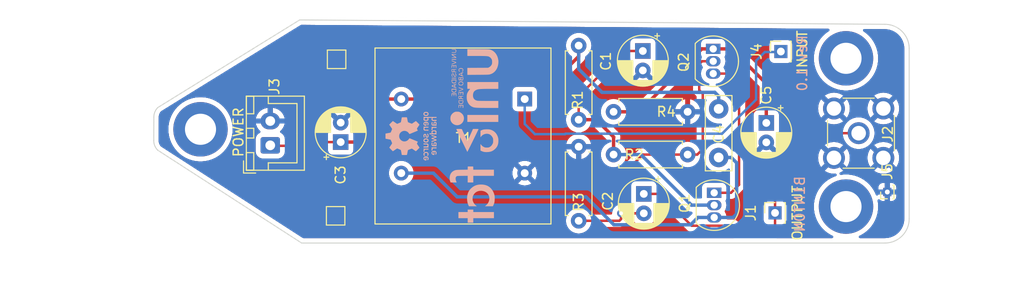
<source format=kicad_pcb>
(kicad_pcb (version 20211014) (generator pcbnew)
  (layers (0 "F.Cu" signal) (31 "B.Cu" signal) (34 "B.Paste" user) (35 "F.Paste" user) (36 "B.SilkS" user "B.Silkscreen") (37 "F.SilkS" user "F.Silkscreen") (38 "B.Mask" user) (39 "F.Mask" user) (44 "Edge.Cuts" user))
  (net 0 "")
  (net 1 "GND")
  (net 2 "Net-(C4-Pad1)")
  (net 3 "Net-(Q1-Pad1)")
  (net 4 "Net-(J4-Pad1)")
  (net 5 "Net-(Q1-Pad2)")
  (net 6 "Net-(Q2-Pad2)")
  (net 7 "Net-(C4-Pad2)")
  (net 8 "Net-(C2-Pad1)")
  (net 9 "Net-(Q2-Pad1)")
  (footprint "Capacitor_THT:C_Disc_D7.5mm_W2.5mm_P5.00mm" (layer "F.Cu") (at 165.4 103.7 90)
    (fp_text reference "C4" (at 2.4 0 90) (layer "F.SilkS"))
    (fp_text value "5.6nF")
    (pad "1" thru_hole circle (at 0 0 90) (size 2 2) (drill 1) (layers *.Cu *.Mask) (net 2 "Net-(C4-Pad1)"))
    (pad "2" thru_hole circle (at 5 0 90) (size 2 2) (drill 1) (layers *.Cu *.Mask) (net 7 "Net-(C4-Pad2)"))
  )
  (footprint "Capacitor_THT:CP_Radial_D5.0mm_P2.00mm" (layer "F.Cu") (at 157.7 107.444888 -90)
    (fp_text reference "C2" (at 0.755112 3.7 90) (layer "F.SilkS"))
    (fp_text value "10uF")
    (pad "1" thru_hole rect (at 0 0 270) (size 1.6 1.6) (drill 0.8) (layers *.Cu *.Mask) (net 8 "Net-(C2-Pad1)"))
    (pad "2" thru_hole circle (at 2 0 270) (size 1.6 1.6) (drill 0.8) (layers *.Cu *.Mask) (net 6 "Net-(Q2-Pad2)"))
  )
  (footprint "Package_TO_SOT_THT:TO-92_Inline" (layer "F.Cu") (at 164.84 92.53 -90)
    (fp_text reference "Q2" (at 1.37 3.04 90) (layer "F.SilkS"))
    (fp_text value "2N3904")
    (pad "1" thru_hole rect (at 0 0 270) (size 1.05 1.5) (drill 0.75) (layers *.Cu *.Mask) (net 9 "Net-(Q2-Pad1)"))
    (pad "2" thru_hole oval (at 1.27 0 270) (size 1.05 1.5) (drill 0.75) (layers *.Cu *.Mask) (net 6 "Net-(Q2-Pad2)"))
    (pad "3" thru_hole oval (at 2.54 0 270) (size 1.05 1.5) (drill 0.75) (layers *.Cu *.Mask) (net 3 "Net-(Q1-Pad1)"))
  )
  (footprint "TestPoint:TestPoint_Pad_1.5x1.5mm" (layer "F.Cu") (at 126 109.7)
    (fp_text reference "REF**" hide)
    (fp_text value "TestPoint_Pad_1.5x1.5mm")
    (pad "1" smd rect (at 0 0) (size 1.5 1.5) (layers "F.Cu" "F.Mask"))
  )
  (footprint "Capacitor_THT:CP_Radial_D5.0mm_P2.00mm" (layer "F.Cu") (at 170.3 100.144888 -90)
    (fp_text reference "C5" (at -2.844887 0 90) (layer "F.SilkS"))
    (fp_text value "10uF")
    (pad "1" thru_hole rect (at 0 0 270) (size 1.6 1.6) (drill 0.8) (layers *.Cu *.Mask) (net 9 "Net-(Q2-Pad1)"))
    (pad "2" thru_hole circle (at 2 0 270) (size 1.6 1.6) (drill 0.8) (layers *.Cu *.Mask) (net 1 "GND"))
  )
  (footprint "Connector_PinSocket_2.00mm:PinSocket_1x01_P2.00mm_Vertical" (layer "F.Cu") (at 171.8 92.8 90)
    (fp_text reference "J4" (at 0 -2.5 90) (layer "F.SilkS"))
    (fp_text value "Conn_01x01_Female")
    (pad "1" thru_hole rect (at 0 0 90) (size 1.35 1.35) (drill 0.8) (layers *.Cu *.Mask) (net 4 "Net-(J4-Pad1)"))
  )
  (footprint "Connector_Coaxial:SMA_Molex_73251-2200_Horizontal" (layer "F.Cu") (at 179.8 101.2 -90)
    (fp_text reference "J2" (at 0.1 -3 90) (layer "F.SilkS"))
    (fp_text value "Conn_Coaxial")
    (pad "1" thru_hole circle (at 0 0 270) (size 2.25 2.25) (drill 1.5) (layers *.Cu *.Mask) (net 8 "Net-(C2-Pad1)"))
    (pad "2" thru_hole circle (at -2.54 -2.54 270) (size 2.25 2.25) (drill 1.5) (layers *.Cu *.Mask) (net 1 "GND"))
    (pad "2" thru_hole circle (at -2.54 2.54 270) (size 2.25 2.25) (drill 1.5) (layers *.Cu *.Mask) (net 1 "GND"))
    (pad "2" thru_hole circle (at 2.54 2.54) (size 2.25 2.25) (drill 1.5) (layers *.Cu *.Mask) (net 1 "GND"))
    (pad "2" thru_hole circle (at 2.54 -2.54 270) (size 2.25 2.25) (drill 1.5) (layers *.Cu *.Mask) (net 1 "GND"))
  )
  (footprint "Connector_PinHeader_1.00mm:PinHeader_1x01_P1.00mm_Vertical" (layer "F.Cu") (at 182.75 107.25 90)
    (fp_text reference "J5" (at 2.1 0 90) (layer "F.SilkS"))
    (fp_text value "Conn_01x01_Male")
    (pad "1" thru_hole rect (at 0 0 90) (size 0.85 0.85) (drill 0.5) (layers *.Cu *.Mask) (net 1 "GND"))
  )
  (footprint "Capacitor_THT:CP_Radial_D5.0mm_P2.00mm" (layer "F.Cu") (at 126.52 102.115113 90)
    (fp_text reference "C3" (at -3.384887 -0.02 90) (layer "F.SilkS"))
    (fp_text value "10uF")
    (pad "1" thru_hole rect (at 0 0 90) (size 1.6 1.6) (drill 0.8) (layers *.Cu *.Mask) (net 7 "Net-(C4-Pad2)"))
    (pad "2" thru_hole circle (at 2 0 90) (size 1.6 1.6) (drill 0.8) (layers *.Cu *.Mask) (net 1 "GND"))
  )
  (footprint "MountingHole:MountingHole_3.2mm_M3_DIN965_Pad" (layer "F.Cu") (at 178.5 93.5)
    (fp_text reference "REF**" hide)
    (fp_text value "MountingHole_3.2mm_M3_DIN965_Pad")
    (pad "1" thru_hole circle (at 0 0) (size 5.6 5.6) (drill 3.2) (layers *.Cu *.Mask))
  )
  (footprint "Connector_PinSocket_2.00mm:PinSocket_1x01_P2.00mm_Vertical" (layer "F.Cu") (at 171.2 109.4 90)
    (fp_text reference "J1" (at 0 -2.5 90) (layer "F.SilkS"))
    (fp_text value "Conn_01x01_Female")
    (pad "1" thru_hole rect (at 0 0 90) (size 1.35 1.35) (drill 0.8) (layers *.Cu *.Mask) (net 8 "Net-(C2-Pad1)"))
  )
  (footprint "Connector_JST:JST_XH_B2B-XH-A_1x02_P2.50mm_Vertical" (layer "F.Cu") (at 119.275 102.45 90)
    (fp_text reference "J3" (at 6.05 0.425 90) (layer "F.SilkS"))
    (fp_text value "Conn_01x02_Female")
    (pad "1" thru_hole roundrect (at 0 0 90) (size 1.7 2) (drill 1) (layers *.Cu *.Mask) (roundrect_rratio 0.147059) (net 7 "Net-(C4-Pad2)"))
    (pad "2" thru_hole oval (at 2.5 0 90) (size 1.7 2) (drill 1) (layers *.Cu *.Mask) (net 1 "GND"))
  )
  (footprint "MountingHole:MountingHole_3.2mm_M3_DIN965_Pad" (layer "F.Cu") (at 112.1 100.8)
    (fp_text reference "REF**" hide)
    (fp_text value "MountingHole_3.2mm_M3_DIN965_Pad")
    (pad "1" thru_hole circle (at 0 0) (size 5.6 5.6) (drill 3.2) (layers *.Cu *.Mask))
  )
  (footprint "Resistor_THT:R_Axial_DIN0207_L6.3mm_D2.5mm_P7.62mm_Horizontal" (layer "F.Cu") (at 151 110.21 90)
    (fp_text reference "R3" (at 1.91 0 90) (layer "F.SilkS"))
    (fp_text value "1.8K")
    (pad "1" thru_hole circle (at 0 0 90) (size 1.6 1.6) (drill 0.8) (layers *.Cu *.Mask) (net 6 "Net-(Q2-Pad2)"))
    (pad "2" thru_hole oval (at 7.62 0 90) (size 1.6 1.6) (drill 0.8) (layers *.Cu *.Mask) (net 1 "GND"))
  )
  (footprint "MountingHole:MountingHole_3.2mm_M3_DIN965_Pad" (layer "F.Cu") (at 178.5 108.75)
    (fp_text reference "REF**" hide)
    (fp_text value "MountingHole_3.2mm_M3_DIN965_Pad")
    (pad "1" thru_hole circle (at 0 0) (size 5.6 5.6) (drill 3.2) (layers *.Cu *.Mask))
  )
  (footprint "Resistor_THT:R_Axial_DIN0207_L6.3mm_D2.5mm_P7.62mm_Horizontal" (layer "F.Cu") (at 154.59 103.4)
    (fp_text reference "R2" (at 2.11 0) (layer "F.SilkS"))
    (fp_text value "2.7K")
    (pad "1" thru_hole circle (at 0 0) (size 1.6 1.6) (drill 0.8) (layers *.Cu *.Mask) (net 5 "Net-(Q1-Pad2)"))
    (pad "2" thru_hole oval (at 7.62 0) (size 1.6 1.6) (drill 0.8) (layers *.Cu *.Mask) (net 6 "Net-(Q2-Pad2)"))
  )
  (footprint "Package_TO_SOT_THT:TO-92_Inline" (layer "F.Cu") (at 164.94 107.33 -90)
    (fp_text reference "Q1" (at 1.07 3.04 90) (layer "F.SilkS"))
    (fp_text value "2N3904")
    (pad "1" thru_hole rect (at 0 0 270) (size 1.05 1.5) (drill 0.75) (layers *.Cu *.Mask) (net 3 "Net-(Q1-Pad1)"))
    (pad "2" thru_hole oval (at 1.27 0 270) (size 1.05 1.5) (drill 0.75) (layers *.Cu *.Mask) (net 5 "Net-(Q1-Pad2)"))
    (pad "3" thru_hole oval (at 2.54 0 270) (size 1.05 1.5) (drill 0.75) (layers *.Cu *.Mask) (net 2 "Net-(C4-Pad1)"))
  )
  (footprint "Resistor_THT:R_Axial_DIN0207_L6.3mm_D2.5mm_P7.62mm_Horizontal" (layer "F.Cu") (at 151 92.19 -90)
    (fp_text reference "R1" (at 5.61 0.1 90) (layer "F.SilkS"))
    (fp_text value "5.6K")
    (pad "1" thru_hole circle (at 0 0 270) (size 1.6 1.6) (drill 0.8) (layers *.Cu *.Mask) (net 7 "Net-(C4-Pad2)"))
    (pad "2" thru_hole oval (at 7.62 0 270) (size 1.6 1.6) (drill 0.8) (layers *.Cu *.Mask) (net 5 "Net-(Q1-Pad2)"))
  )
  (footprint "Resistor_THT:R_Axial_DIN0207_L6.3mm_D2.5mm_P7.62mm_Horizontal" (layer "F.Cu") (at 154.59 99)
    (fp_text reference "R4" (at 5.41 0) (layer "F.SilkS"))
    (fp_text value "1.2K")
    (pad "1" thru_hole circle (at 0 0) (size 1.6 1.6) (drill 0.8) (layers *.Cu *.Mask) (net 9 "Net-(Q2-Pad1)"))
    (pad "2" thru_hole oval (at 7.62 0) (size 1.6 1.6) (drill 0.8) (layers *.Cu *.Mask) (net 1 "GND"))
  )
  (footprint "Transformer_THT:Transformer_NF_ETAL_1-1_P1200" (layer "F.Cu") (at 145.45 97.69)
    (fp_text reference "T1" (at -6.25 4) (layer "F.SilkS"))
    (fp_text value "Transformer_1P_1S")
    (pad "1" thru_hole rect (at 0 0) (size 1.52 1.52) (drill 0.81) (layers *.Cu *.Mask) (net 4 "Net-(J4-Pad1)"))
    (pad "3" thru_hole circle (at 0 7.62) (size 1.52 1.52) (drill 0.81) (layers *.Cu *.Mask) (net 1 "GND"))
    (pad "4" thru_hole circle (at -12.7 7.62) (size 1.52 1.52) (drill 0.81) (layers *.Cu *.Mask) (net 2 "Net-(C4-Pad1)"))
    (pad "6" thru_hole circle (at -12.7 0) (size 1.52 1.52) (drill 0.81) (layers *.Cu *.Mask) (net 7 "Net-(C4-Pad2)"))
  )
  (footprint "Capacitor_THT:CP_Radial_D5.0mm_P2.00mm" (layer "F.Cu") (at 157.6 92.744887 -90)
    (fp_text reference "C1" (at 1.055113 3.8 90) (layer "F.SilkS"))
    (fp_text value "10uF")
    (pad "1" thru_hole rect (at 0 0 270) (size 1.6 1.6) (drill 0.8) (layers *.Cu *.Mask) (net 5 "Net-(Q1-Pad2)"))
    (pad "2" thru_hole circle (at 2 0 270) (size 1.6 1.6) (drill 0.8) (layers *.Cu *.Mask) (net 1 "GND"))
  )
  (footprint "TestPoint:TestPoint_Pad_1.5x1.5mm" (layer "F.Cu") (at 126.1 93.6 180)
    (fp_text reference "REF**" hide)
    (fp_text value "TestPoint_Pad_1.5x1.5mm")
    (pad "1" smd rect (at 0 0 180) (size 1.5 1.5) (layers "F.Cu" "F.Mask"))
  )
  (footprint "LOGO" (layer "B.Cu") (at 133.75 101.5 -90)
    (fp_text reference "G***" hide)
    (fp_text value "LOGO" hide)
  )
  (footprint "LOGO" (layer "B.Cu") (at 140.25 101.5 -90)
    (fp_text reference "G***" hide)
    (fp_text value "LOGO" hide)
  )
  (gr_line (start 182.5 112.5) (end 122.5 112.5) (layer "Edge.Cuts") (width 0.1))
  (gr_arc (start 107.3 99.55) (mid 107.406569 99.014243) (end 107.710051 98.560051) (layer "Edge.Cuts") (width 0.1))
  (gr_arc (start 182.5 90) (mid 184.267767 90.732233) (end 185 92.5) (layer "Edge.Cuts") (width 0.1))
  (gr_line (start 107.710051 98.560051) (end 122.3 89.55) (layer "Edge.Cuts") (width 0.1))
  (gr_line (start 185 92.5) (end 185 110) (layer "Edge.Cuts") (width 0.1))
  (gr_arc (start 185 110) (mid 184.267767 111.767767) (end 182.5 112.5) (layer "Edge.Cuts") (width 0.1))
  (gr_line (start 122.3 89.55) (end 182.5 90) (layer "Edge.Cuts") (width 0.1))
  (gr_arc (start 107.7 102.95) (mid 107.396518 102.495808) (end 107.289949 101.960051) (layer "Edge.Cuts") (width 0.1))
  (gr_line (start 107.289949 101.960051) (end 107.3 99.55) (layer "Edge.Cuts") (width 0.1))
  (gr_line (start 122.5 112.5) (end 107.7 102.95) (layer "Edge.Cuts") (width 0.1))
  (gr_text "Rev 1.0" (at 174 94 90) (layer "B.SilkS") (effects (font (size 1 1)) (justify mirror)))
  (gr_text "B1NT0N" (at 173.75 108.5 90) (layer "B.SilkS") (effects (font (size 1 1)) (justify mirror)))
  (gr_text "OUTPUT" (at 173.5 109.4 90) (layer "F.SilkS") (effects (font (size 1 1))))
  (gr_text "INPUT" (at 174 92.8 90) (layer "F.SilkS") (effects (font (size 1 1))))
  (gr_text "POWER" (at 116 101.1 90) (layer "F.SilkS") (effects (font (size 1 1))))
  (segment (start 126.504887 100.1) (end 126.52 100.115113) (width 0.35) (layer "F.Cu") (net 1))
  (segment (start 164.94 109.87) (end 163.268798 109.87) (width 0.35) (layer "B.Cu") (net 2))
  (segment (start 166.7 103.7) (end 165.4 103.7) (width 0.35) (layer "B.Cu") (net 2))
  (segment (start 151.75 107.75) (end 138.5 107.75) (width 0.35) (layer "B.Cu") (net 2))
  (segment (start 167.25 104.25) (end 166.7 103.7) (width 0.35) (layer "B.Cu") (net 2))
  (segment (start 167.25 109.5) (end 167.25 104.25) (width 0.35) (layer "B.Cu") (net 2))
  (segment (start 166.88 109.87) (end 167.25 109.5) (width 0.35) (layer "B.Cu") (net 2))
  (segment (start 154.619399 110.619399) (end 151.75 107.75) (width 0.35) (layer "B.Cu") (net 2))
  (segment (start 163.268798 109.87) (end 162.519399 110.619399) (width 0.35) (layer "B.Cu") (net 2))
  (segment (start 136.06 105.31) (end 132.75 105.31) (width 0.35) (layer "B.Cu") (net 2))
  (segment (start 164.94 109.87) (end 166.88 109.87) (width 0.35) (layer "B.Cu") (net 2))
  (segment (start 162.519399 110.619399) (end 154.619399 110.619399) (width 0.35) (layer "B.Cu") (net 2))
  (segment (start 138.5 107.75) (end 136.06 105.31) (width 0.35) (layer "B.Cu") (net 2))
  (segment (start 167.5 96) (end 167.5 106.5) (width 0.25) (layer "F.Cu") (net 3))
  (segment (start 167.5 106.5) (end 166.67 107.33) (width 0.25) (layer "F.Cu") (net 3))
  (segment (start 166.67 107.33) (end 164.94 107.33) (width 0.25) (layer "F.Cu") (net 3))
  (segment (start 164.84 95.07) (end 166.57 95.07) (width 0.25) (layer "F.Cu") (net 3))
  (segment (start 166.57 95.07) (end 167.5 96) (width 0.25) (layer "F.Cu") (net 3))
  (segment (start 145.45 100.25) (end 146.5 101.3) (width 0.25) (layer "B.Cu") (net 4))
  (segment (start 145.45 97.69) (end 145.45 100.25) (width 0.25) (layer "B.Cu") (net 4))
  (segment (start 169.25 93.75) (end 170.15 92.85) (width 0.25) (layer "B.Cu") (net 4))
  (segment (start 149.6 101.3) (end 149.65 101.25) (width 0.25) (layer "B.Cu") (net 4))
  (segment (start 146.5 101.3) (end 149.6 101.3) (width 0.25) (layer "B.Cu") (net 4))
  (segment (start 170.15 92.85) (end 171.825 92.85) (width 0.25) (layer "B.Cu") (net 4))
  (segment (start 165.75 101.25) (end 169.25 97.75) (width 0.25) (layer "B.Cu") (net 4))
  (segment (start 149.65 101.25) (end 165.75 101.25) (width 0.25) (layer "B.Cu") (net 4))
  (segment (start 169.25 97.75) (end 169.25 93.75) (width 0.25) (layer "B.Cu") (net 4))
  (segment (start 152.81 99.81) (end 154.6 101.6) (width 0.35) (layer "F.Cu") (net 5))
  (segment (start 155.655113 92.744887) (end 151 97.4) (width 0.25) (layer "F.Cu") (net 5))
  (segment (start 151 97.4) (end 151 99.81) (width 0.25) (layer "F.Cu") (net 5))
  (segment (start 157.6 92.744887) (end 155.655113 92.744887) (width 0.25) (layer "F.Cu") (net 5))
  (segment (start 154.6 101.6) (end 154.59 101.61) (width 0.35) (layer "F.Cu") (net 5))
  (segment (start 151 99.81) (end 152.81 99.81) (width 0.35) (layer "F.Cu") (net 5))
  (segment (start 154.59 101.61) (end 154.59 103.4) (width 0.35) (layer "F.Cu") (net 5))
  (segment (start 157.4 103.4) (end 162.6 108.6) (width 0.35) (layer "B.Cu") (net 5))
  (segment (start 154.59 103.4) (end 157.4 103.4) (width 0.35) (layer "B.Cu") (net 5))
  (segment (start 162.6 108.6) (end 164.94 108.6) (width 0.35) (layer "B.Cu") (net 5))
  (segment (start 162.21 103.4) (end 157.6 103.4) (width 0.25) (layer "F.Cu") (net 6))
  (segment (start 155.355112 110.044888) (end 155.19 110.21) (width 0.25) (layer "F.Cu") (net 6))
  (segment (start 157.7 109.444888) (end 156.644888 109.444888) (width 0.25) (layer "F.Cu") (net 6))
  (segment (start 155.355112 105.644888) (end 155.355112 109.444888) (width 0.25) (layer "F.Cu") (net 6))
  (segment (start 155.19 110.21) (end 151 110.21) (width 0.25) (layer "F.Cu") (net 6))
  (segment (start 155.355112 109.444888) (end 155.355112 110.044888) (width 0.25) (layer "F.Cu") (net 6))
  (segment (start 164.84 93.8) (end 163.7 93.8) (width 0.25) (layer "F.Cu") (net 6))
  (segment (start 163.4 94.1) (end 163.4 96.76904) (width 0.25) (layer "F.Cu") (net 6))
  (segment (start 162.21 103.4) (end 163.2 103.4) (width 0.25) (layer "F.Cu") (net 6))
  (segment (start 157.6 103.4) (end 155.355112 105.644888) (width 0.25) (layer "F.Cu") (net 6))
  (segment (start 163.2 103.4) (end 163.76548 102.83452) (width 0.25) (layer "F.Cu") (net 6))
  (segment (start 163.4 96.76904) (end 163.76548 97.13452) (width 0.25) (layer "F.Cu") (net 6))
  (segment (start 163.7 93.8) (end 163.4 94.1) (width 0.25) (layer "F.Cu") (net 6))
  (segment (start 163.76548 102.83452) (end 163.76548 97.13452) (width 0.25) (layer "F.Cu") (net 6))
  (segment (start 157.7 109.444888) (end 155.355112 109.444888) (width 0.25) (layer "F.Cu") (net 6))
  (via (at 155.355112 109.444888) (size 0.8) (drill 0.4) (layers "F.Cu" "B.Cu") (net 6))
  (segment (start 134.81 97.69) (end 138.1 94.4) (width 0.35) (layer "F.Cu") (net 7))
  (segment (start 122.8 102.5) (end 119.325 102.5) (width 0.25) (layer "F.Cu") (net 7))
  (segment (start 129.5 98.7) (end 129.5 101.2) (width 0.35) (layer "F.Cu") (net 7))
  (segment (start 138.1 94.4) (end 149.9 94.4) (width 0.35) (layer "F.Cu") (net 7))
  (segment (start 128.584887 102.115113) (end 126.52 102.115113) (width 0.35) (layer "F.Cu") (net 7))
  (segment (start 129.5 101.2) (end 128.584887 102.115113) (width 0.35) (layer "F.Cu") (net 7))
  (segment (start 119.325 102.5) (end 119.275 102.45) (width 0.25) (layer "F.Cu") (net 7))
  (segment (start 123.184887 102.115113) (end 122.8 102.5) (width 0.25) (layer "F.Cu") (net 7))
  (segment (start 132.75 97.69) (end 134.81 97.69) (width 0.35) (layer "F.Cu") (net 7))
  (segment (start 151 93.3) (end 151 92.19) (width 0.35) (layer "F.Cu") (net 7))
  (segment (start 132.75 97.69) (end 130.51 97.69) (width 0.35) (layer "F.Cu") (net 7))
  (segment (start 149.9 94.4) (end 151 93.3) (width 0.35) (layer "F.Cu") (net 7))
  (segment (start 126.52 102.115113) (end 123.184887 102.115113) (width 0.25) (layer "F.Cu") (net 7))
  (segment (start 130.51 97.69) (end 129.5 98.7) (width 0.35) (layer "F.Cu") (net 7))
  (segment (start 165.4 97.4) (end 165 97) (width 0.35) (layer "B.Cu") (net 7))
  (segment (start 153.4 97) (end 151 94.6) (width 0.35) (layer "B.Cu") (net 7))
  (segment (start 165.4 98.7) (end 165.4 97.4) (width 0.35) (layer "B.Cu") (net 7))
  (segment (start 151 94.6) (end 151 92.19) (width 0.35) (layer "B.Cu") (net 7))
  (segment (start 165 97) (end 153.4 97) (width 0.35) (layer "B.Cu") (net 7))
  (segment (start 166.88048 110.71952) (end 162.61952 110.71952) (width 0.25) (layer "F.Cu") (net 8))
  (segment (start 171.2 109.4) (end 171.2 111) (width 0.25) (layer "F.Cu") (net 8))
  (segment (start 176.6 101.2) (end 171.2 106.6) (width 0.25) (layer "F.Cu") (net 8))
  (segment (start 179.8 101.2) (end 176.6 101.2) (width 0.25) (layer "F.Cu") (net 8))
  (segment (start 166.88048 110.78048) (end 166.88048 110.71952) (width 0.25) (layer "F.Cu") (net 8))
  (segment (start 171.2 111) (end 171 111.2) (width 0.25) (layer "F.Cu") (net 8))
  (segment (start 171 111.2) (end 167.3 111.2) (width 0.25) (layer "F.Cu") (net 8))
  (segment (start 171.2 106.6) (end 171.2 109.4) (width 0.25) (layer "F.Cu") (net 8))
  (segment (start 167.3 111.2) (end 166.88048 110.78048) (width 0.25) (layer "F.Cu") (net 8))
  (segment (start 159.344888 107.444888) (end 157.7 107.444888) (width 0.25) (layer "F.Cu") (net 8))
  (segment (start 162.61952 110.71952) (end 159.344888 107.444888) (width 0.25) (layer "F.Cu") (net 8))
  (segment (start 166.73 92.53) (end 170.3 96.1) (width 0.35) (layer "F.Cu") (net 9))
  (segment (start 157.2 99) (end 163.67 92.53) (width 0.35) (layer "F.Cu") (net 9))
  (segment (start 170.3 96.1) (end 170.3 100.144888) (width 0.35) (layer "F.Cu") (net 9))
  (segment (start 154.59 99) (end 157.2 99) (width 0.35) (layer "F.Cu") (net 9))
  (segment (start 163.67 92.53) (end 164.84 92.53) (width 0.35) (layer "F.Cu") (net 9))
  (segment (start 164.84 92.53) (end 166.73 92.53) (width 0.35) (layer "F.Cu") (net 9))
  (zone (net 1) (net_name "GND") (layers F&B.Cu) (connect_pads (clearance 0.508)) (min_thickness 0.254) (fill yes (thermal_gap 0.508) (thermal_bridge_width 0.508))
    (polygon (pts (xy 187.5 115) (xy 120 115) (xy 105 105) (xy 105 97.5) (xy 120 87.5) (xy 187.5 87.5)))
  )
  (zone (net 1) (net_name "GND") (layer "B.Cu") (connect_pads (clearance 0.508)) (min_thickness 0.254) (fill yes (thermal_gap 0.508) (thermal_bridge_width 0.508))
    (polygon (pts (xy 187.5 115) (xy 120 115) (xy 105 105) (xy 105 97.5) (xy 120 87.5) (xy 187.5 87.5)))
  )
  (zone (net 1) (net_name "GND") (layer "B.Cu") (connect_pads (clearance 0.508)) (min_thickness 0.254) (fill yes (thermal_gap 0.508) (thermal_bridge_width 0.508))
    (polygon (pts (xy 187.5 115) (xy 120 115) (xy 105 105) (xy 105 97.5) (xy 120 87.5) (xy 187.5 87.5)))
  )
)
</source>
